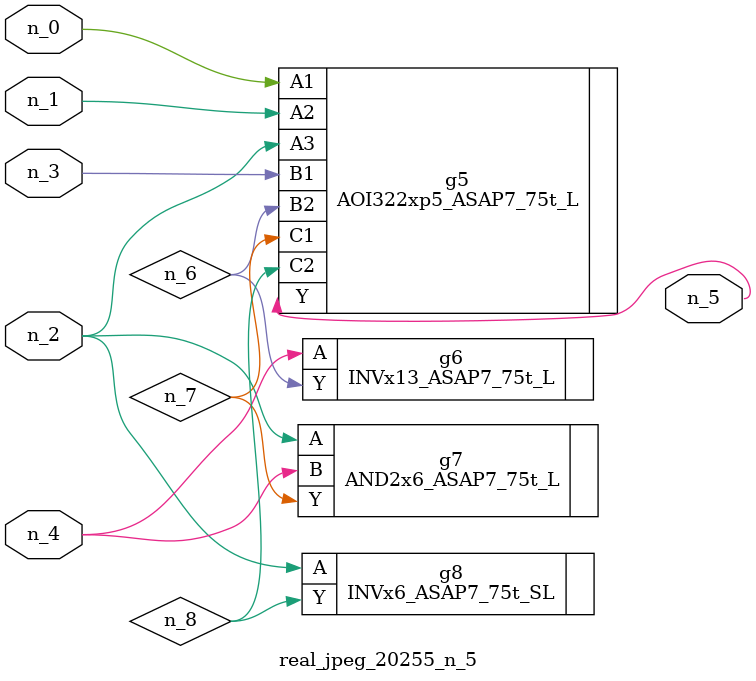
<source format=v>
module real_jpeg_20255_n_5 (n_4, n_0, n_1, n_2, n_3, n_5);

input n_4;
input n_0;
input n_1;
input n_2;
input n_3;

output n_5;

wire n_8;
wire n_6;
wire n_7;

AOI322xp5_ASAP7_75t_L g5 ( 
.A1(n_0),
.A2(n_1),
.A3(n_2),
.B1(n_3),
.B2(n_6),
.C1(n_7),
.C2(n_8),
.Y(n_5)
);

AND2x6_ASAP7_75t_L g7 ( 
.A(n_2),
.B(n_4),
.Y(n_7)
);

INVx6_ASAP7_75t_SL g8 ( 
.A(n_2),
.Y(n_8)
);

INVx13_ASAP7_75t_L g6 ( 
.A(n_4),
.Y(n_6)
);


endmodule
</source>
